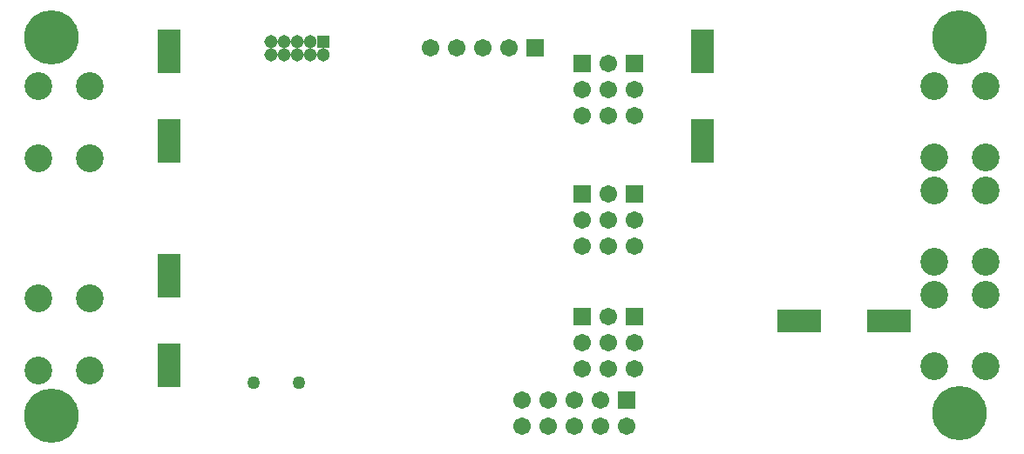
<source format=gbs>
%FSLAX24Y24*%
%MOIN*%
G70*
G01*
G75*
G04 Layer_Color=16711935*
%ADD10R,0.0354X0.0315*%
%ADD11R,0.0453X0.0236*%
%ADD12O,0.0827X0.0276*%
%ADD13R,0.0315X0.0354*%
%ADD14R,0.2185X0.2677*%
%ADD15R,0.0394X0.0945*%
%ADD16R,0.2200X0.0830*%
%ADD17R,0.0433X0.0551*%
%ADD18R,0.0551X0.0433*%
%ADD19R,0.0394X0.0512*%
%ADD20R,0.0236X0.0453*%
%ADD21R,0.1575X0.1181*%
%ADD22R,0.0571X0.0236*%
%ADD23R,0.1378X0.0787*%
%ADD24O,0.0827X0.0118*%
%ADD25O,0.0118X0.0827*%
%ADD26R,0.0532X0.0846*%
%ADD27R,0.1350X0.1850*%
%ADD28R,0.0200X0.0940*%
%ADD29R,0.0790X0.0980*%
%ADD30C,0.0080*%
%ADD31C,0.0500*%
%ADD32C,0.0100*%
%ADD33C,0.0120*%
%ADD34C,0.0800*%
%ADD35C,0.0200*%
%ADD36R,0.0591X0.0591*%
%ADD37C,0.0591*%
%ADD38C,0.2000*%
%ADD39R,0.0591X0.0591*%
%ADD40C,0.0394*%
%ADD41R,0.0394X0.0394*%
%ADD42C,0.0984*%
%ADD43C,0.0320*%
%ADD44R,0.1614X0.0787*%
%ADD45R,0.0787X0.1614*%
%ADD46C,0.0098*%
%ADD47C,0.0236*%
%ADD48C,0.0079*%
%ADD49R,0.0434X0.0395*%
%ADD50R,0.0533X0.0316*%
%ADD51O,0.0907X0.0356*%
%ADD52R,0.0395X0.0434*%
%ADD53R,0.2265X0.2757*%
%ADD54R,0.0474X0.1025*%
%ADD55R,0.2280X0.0910*%
%ADD56R,0.0513X0.0631*%
%ADD57R,0.0631X0.0513*%
%ADD58R,0.0474X0.0592*%
%ADD59R,0.0316X0.0533*%
%ADD60R,0.1655X0.1261*%
%ADD61R,0.0651X0.0316*%
%ADD62R,0.1458X0.0867*%
%ADD63R,0.0612X0.0926*%
%ADD64R,0.1430X0.1930*%
%ADD65R,0.0320X0.1060*%
%ADD66R,0.0910X0.1100*%
%ADD67R,0.0671X0.0671*%
%ADD68C,0.0671*%
%ADD69C,0.2080*%
%ADD70R,0.0671X0.0671*%
%ADD71C,0.0514*%
%ADD72R,0.0514X0.0514*%
%ADD73C,0.1064*%
%ADD74C,0.0500*%
%ADD75C,0.0400*%
%ADD76R,0.1694X0.0867*%
%ADD77R,0.0867X0.1694*%
D67*
X36530Y36680D02*
D03*
Y46380D02*
D03*
Y41380D02*
D03*
X34530Y36680D02*
D03*
Y41380D02*
D03*
Y46380D02*
D03*
D68*
X36530Y35680D02*
D03*
Y34680D02*
D03*
Y45380D02*
D03*
Y44380D02*
D03*
Y40380D02*
D03*
Y39380D02*
D03*
X28730Y46980D02*
D03*
X29730D02*
D03*
X30730D02*
D03*
X31730D02*
D03*
X35530Y36680D02*
D03*
X34530Y35680D02*
D03*
X35530D02*
D03*
X34530Y34680D02*
D03*
X35530D02*
D03*
X32230Y32480D02*
D03*
Y33480D02*
D03*
X33230Y32480D02*
D03*
Y33480D02*
D03*
X34230Y32480D02*
D03*
Y33480D02*
D03*
X35230Y32480D02*
D03*
Y33480D02*
D03*
X36230Y32480D02*
D03*
X35530Y41380D02*
D03*
X34530Y40380D02*
D03*
X35530D02*
D03*
X34530Y39380D02*
D03*
X35530D02*
D03*
Y46380D02*
D03*
X34530Y45380D02*
D03*
X35530D02*
D03*
X34530Y44380D02*
D03*
X35530D02*
D03*
D69*
X14230Y32880D02*
D03*
X48964Y32980D02*
D03*
X14230Y47380D02*
D03*
X48964D02*
D03*
D70*
X32730Y46980D02*
D03*
X36230Y33480D02*
D03*
D71*
X22620Y46730D02*
D03*
Y47230D02*
D03*
X23120Y46730D02*
D03*
Y47230D02*
D03*
X23620Y46730D02*
D03*
Y47230D02*
D03*
X24120Y46730D02*
D03*
Y47230D02*
D03*
X24620Y46730D02*
D03*
D72*
Y47230D02*
D03*
D73*
X13730Y37380D02*
D03*
Y34624D02*
D03*
X15698Y37380D02*
D03*
Y34624D02*
D03*
X13730Y45524D02*
D03*
Y42768D02*
D03*
X15698Y45524D02*
D03*
Y42768D02*
D03*
X49964Y42780D02*
D03*
Y45536D02*
D03*
X47996Y42780D02*
D03*
Y45536D02*
D03*
X49964Y38780D02*
D03*
Y41536D02*
D03*
X47996Y38780D02*
D03*
Y41536D02*
D03*
X49964Y34780D02*
D03*
Y37536D02*
D03*
X47996Y34780D02*
D03*
Y37536D02*
D03*
D74*
X21970Y34150D02*
D03*
X23690D02*
D03*
D75*
X18730Y43380D02*
D03*
X39330Y43930D02*
D03*
X46130Y36530D02*
D03*
X45730D02*
D03*
X38930Y47330D02*
D03*
X39330D02*
D03*
D76*
X46243Y36530D02*
D03*
X42817D02*
D03*
D77*
X39130Y46843D02*
D03*
Y43417D02*
D03*
X18730Y46843D02*
D03*
Y43417D02*
D03*
Y34817D02*
D03*
Y38243D02*
D03*
M02*

</source>
